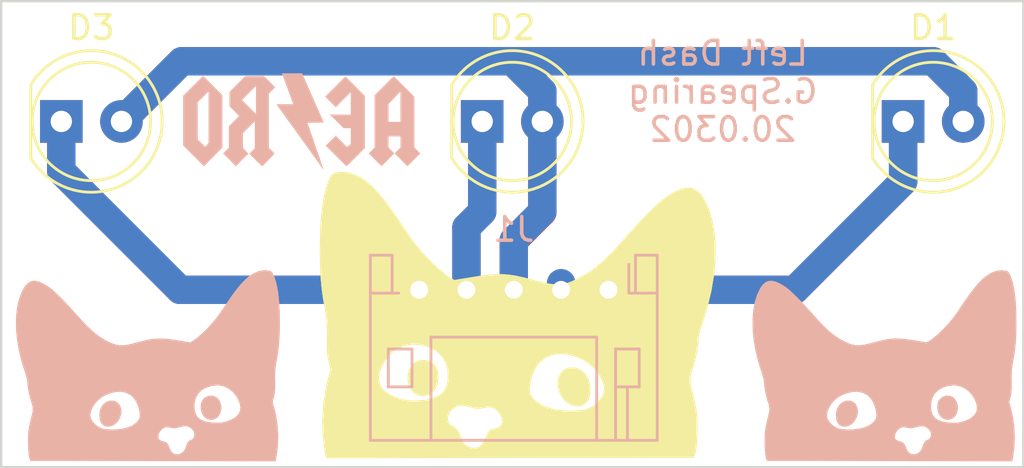
<source format=kicad_pcb>
(kicad_pcb (version 20171130) (host pcbnew 5.1.5-52549c5~84~ubuntu18.04.1)

  (general
    (thickness 1.6)
    (drawings 5)
    (tracks 41)
    (zones 0)
    (modules 8)
    (nets 5)
  )

  (page A4)
  (layers
    (0 F.Cu signal)
    (31 B.Cu signal)
    (32 B.Adhes user)
    (33 F.Adhes user)
    (34 B.Paste user)
    (35 F.Paste user)
    (36 B.SilkS user)
    (37 F.SilkS user)
    (38 B.Mask user)
    (39 F.Mask user)
    (40 Dwgs.User user)
    (41 Cmts.User user)
    (42 Eco1.User user)
    (43 Eco2.User user)
    (44 Edge.Cuts user)
    (45 Margin user)
    (46 B.CrtYd user)
    (47 F.CrtYd user)
    (48 B.Fab user hide)
    (49 F.Fab user hide)
  )

  (setup
    (last_trace_width 0.25)
    (user_trace_width 0.36)
    (user_trace_width 0.6125)
    (user_trace_width 1.2)
    (trace_clearance 0.2)
    (zone_clearance 0.508)
    (zone_45_only no)
    (trace_min 0.2)
    (via_size 0.8)
    (via_drill 0.4)
    (via_min_size 0.4)
    (via_min_drill 0.3)
    (uvia_size 0.3)
    (uvia_drill 0.1)
    (uvias_allowed no)
    (uvia_min_size 0.2)
    (uvia_min_drill 0.1)
    (edge_width 0.1)
    (segment_width 0.2)
    (pcb_text_width 0.3)
    (pcb_text_size 1.5 1.5)
    (mod_edge_width 0.15)
    (mod_text_size 1 1)
    (mod_text_width 0.15)
    (pad_size 1.524 1.524)
    (pad_drill 0.762)
    (pad_to_mask_clearance 0)
    (aux_axis_origin 0 0)
    (visible_elements FFFFFF7F)
    (pcbplotparams
      (layerselection 0x010fc_ffffffff)
      (usegerberextensions false)
      (usegerberattributes false)
      (usegerberadvancedattributes false)
      (creategerberjobfile false)
      (excludeedgelayer true)
      (linewidth 0.100000)
      (plotframeref false)
      (viasonmask false)
      (mode 1)
      (useauxorigin false)
      (hpglpennumber 1)
      (hpglpenspeed 20)
      (hpglpendiameter 15.000000)
      (psnegative false)
      (psa4output false)
      (plotreference true)
      (plotvalue true)
      (plotinvisibletext false)
      (padsonsilk false)
      (subtractmaskfromsilk false)
      (outputformat 1)
      (mirror false)
      (drillshape 0)
      (scaleselection 1)
      (outputdirectory "Left_Gerb/"))
  )

  (net 0 "")
  (net 1 +5V)
  (net 2 /~FAULT_IND_3)
  (net 3 /~FAULT_IND_2)
  (net 4 /~FAULT_IND_1)

  (net_class Default "This is the default net class."
    (clearance 0.2)
    (trace_width 0.25)
    (via_dia 0.8)
    (via_drill 0.4)
    (uvia_dia 0.3)
    (uvia_drill 0.1)
    (add_net +5V)
    (add_net /~FAULT_IND_1)
    (add_net /~FAULT_IND_2)
    (add_net /~FAULT_IND_3)
  )

  (module AERO_BOARD:cat4 (layer B.Cu) (tedit 0) (tstamp 5E5DA340)
    (at 135.255 43.815 180)
    (fp_text reference G*** (at 0 0) (layer B.SilkS) hide
      (effects (font (size 1.524 1.524) (thickness 0.3)) (justify mirror))
    )
    (fp_text value LOGO (at 0.75 0) (layer B.SilkS) hide
      (effects (font (size 1.524 1.524) (thickness 0.3)) (justify mirror))
    )
    (fp_poly (pts (xy -4.704779 -0.578791) (xy -4.617663 -0.591694) (xy -4.449546 -0.64281) (xy -4.285446 -0.721134)
      (xy -4.121713 -0.830166) (xy -3.954697 -0.973408) (xy -3.780745 -1.154362) (xy -3.596209 -1.376528)
      (xy -3.397436 -1.643409) (xy -3.180776 -1.958506) (xy -3.160064 -1.989666) (xy -3.01045 -2.212569)
      (xy -2.881807 -2.397425) (xy -2.76629 -2.55472) (xy -2.656053 -2.694941) (xy -2.54325 -2.828574)
      (xy -2.473833 -2.906888) (xy -2.348623 -3.038992) (xy -2.207946 -3.175881) (xy -2.06336 -3.307262)
      (xy -1.926421 -3.422839) (xy -1.808685 -3.512316) (xy -1.754359 -3.547835) (xy -1.63194 -3.620708)
      (xy -1.189915 -3.547289) (xy -0.910207 -3.503271) (xy -0.673123 -3.472899) (xy -0.466395 -3.456665)
      (xy -0.277755 -3.455064) (xy -0.094936 -3.468587) (xy 0.094329 -3.497727) (xy 0.302308 -3.542979)
      (xy 0.541268 -3.604833) (xy 0.592666 -3.618911) (xy 0.836829 -3.682202) (xy 1.039557 -3.723831)
      (xy 1.211665 -3.743494) (xy 1.363968 -3.740883) (xy 1.507279 -3.715691) (xy 1.652415 -3.667613)
      (xy 1.810188 -3.596342) (xy 1.835492 -3.583693) (xy 2.019587 -3.484083) (xy 2.191968 -3.375338)
      (xy 2.359983 -3.251205) (xy 2.530981 -3.105436) (xy 2.712311 -2.931779) (xy 2.911322 -2.723986)
      (xy 3.1269 -2.485376) (xy 3.386071 -2.197064) (xy 3.625137 -1.940391) (xy 3.841442 -1.718006)
      (xy 4.032327 -1.532562) (xy 4.195136 -1.386712) (xy 4.327209 -1.283106) (xy 4.34224 -1.272703)
      (xy 4.558785 -1.139819) (xy 4.748667 -1.054941) (xy 4.915136 -1.018205) (xy 5.06144 -1.029749)
      (xy 5.190829 -1.089711) (xy 5.306551 -1.198228) (xy 5.389637 -1.317033) (xy 5.525748 -1.593839)
      (xy 5.626832 -1.910238) (xy 5.692899 -2.261565) (xy 5.723954 -2.643156) (xy 5.720007 -3.050349)
      (xy 5.681065 -3.478479) (xy 5.607137 -3.922882) (xy 5.49823 -4.378896) (xy 5.383757 -4.755444)
      (xy 5.335277 -4.904452) (xy 5.294103 -5.037936) (xy 5.263344 -5.14526) (xy 5.246108 -5.215789)
      (xy 5.243521 -5.235222) (xy 5.235904 -5.392161) (xy 5.210888 -5.582356) (xy 5.171899 -5.7866)
      (xy 5.12236 -5.985686) (xy 5.091854 -6.086035) (xy 5.050663 -6.213478) (xy 5.023504 -6.311712)
      (xy 5.010356 -6.395052) (xy 5.0112 -6.477812) (xy 5.026013 -6.574307) (xy 5.054776 -6.69885)
      (xy 5.090754 -6.8397) (xy 5.126862 -6.990359) (xy 5.161206 -7.151793) (xy 5.188069 -7.296534)
      (xy 5.194973 -7.340391) (xy 5.208231 -7.476111) (xy 5.214838 -7.644731) (xy 5.215231 -7.831663)
      (xy 5.209848 -8.022323) (xy 5.199124 -8.202123) (xy 5.183498 -8.356478) (xy 5.163405 -8.470802)
      (xy 5.160814 -8.480777) (xy 5.122333 -8.621888) (xy -5.241961 -8.63615) (xy -5.273674 -8.473797)
      (xy -5.333947 -8.036656) (xy -5.35019 -7.580199) (xy -5.345631 -7.50271) (xy -1.816303 -7.50271)
      (xy -1.802333 -7.600464) (xy -1.761573 -7.680442) (xy -1.703723 -7.727) (xy -1.673566 -7.732888)
      (xy -1.613842 -7.757659) (xy -1.550898 -7.822196) (xy -1.496467 -7.911841) (xy -1.46722 -7.9907)
      (xy -1.418755 -8.128719) (xy -1.352322 -8.226838) (xy -1.261412 -8.298575) (xy -1.137063 -8.34598)
      (xy -1.010592 -8.344149) (xy -0.902197 -8.296681) (xy -0.835034 -8.223423) (xy -0.774083 -8.109314)
      (xy -0.76163 -8.077959) (xy -0.710572 -7.955798) (xy -0.660971 -7.877419) (xy -0.602473 -7.831412)
      (xy -0.524724 -7.806363) (xy -0.513211 -7.804151) (xy -0.39192 -7.770419) (xy -0.318555 -7.718739)
      (xy -0.285739 -7.642439) (xy -0.282223 -7.595361) (xy -0.306352 -7.481244) (xy -0.369708 -7.366893)
      (xy -0.458741 -7.272093) (xy -0.535793 -7.225066) (xy -0.599769 -7.205401) (xy -0.670172 -7.202351)
      (xy -0.767688 -7.215761) (xy -0.805617 -7.223029) (xy -0.902878 -7.239891) (xy -0.979714 -7.243704)
      (xy -1.058643 -7.232869) (xy -1.162181 -7.205786) (xy -1.198464 -7.195127) (xy -1.357764 -7.158057)
      (xy -1.483929 -7.155562) (xy -1.590263 -7.190135) (xy -1.690073 -7.264272) (xy -1.718866 -7.292668)
      (xy -1.78428 -7.374407) (xy -1.81242 -7.455334) (xy -1.816303 -7.50271) (xy -5.345631 -7.50271)
      (xy -5.323087 -7.119552) (xy -5.253322 -6.669845) (xy -5.181556 -6.378823) (xy -3.75846 -6.378823)
      (xy -3.735586 -6.52898) (xy -3.670079 -6.654323) (xy -3.548234 -6.777989) (xy -3.379803 -6.881203)
      (xy -3.172065 -6.960379) (xy -2.949223 -7.009412) (xy -2.834675 -7.017451) (xy -2.687254 -7.014819)
      (xy -2.529171 -7.003158) (xy -2.382638 -6.984108) (xy -2.269866 -6.959312) (xy -2.269395 -6.959167)
      (xy -2.093112 -6.887861) (xy -1.964684 -6.793505) (xy -1.928644 -6.74144) (xy 0.490694 -6.74144)
      (xy 0.514332 -6.842047) (xy 0.516549 -6.846464) (xy 0.62403 -6.992393) (xy 0.778261 -7.111995)
      (xy 0.975277 -7.203722) (xy 1.211116 -7.266026) (xy 1.481812 -7.297361) (xy 1.679222 -7.300292)
      (xy 1.836321 -7.295138) (xy 1.951735 -7.286126) (xy 2.040199 -7.271049) (xy 2.116448 -7.247702)
      (xy 2.165407 -7.227504) (xy 2.301256 -7.147065) (xy 2.424857 -7.037561) (xy 2.520988 -6.914488)
      (xy 2.567336 -6.818351) (xy 2.585532 -6.677911) (xy 2.557817 -6.522808) (xy 2.489629 -6.361813)
      (xy 2.386405 -6.203698) (xy 2.253585 -6.057236) (xy 2.096606 -5.931196) (xy 1.972084 -5.858223)
      (xy 1.730767 -5.759897) (xy 1.49803 -5.708554) (xy 1.278988 -5.703589) (xy 1.078757 -5.744399)
      (xy 0.902453 -5.83038) (xy 0.755191 -5.960928) (xy 0.719358 -6.006068) (xy 0.638086 -6.13975)
      (xy 0.57137 -6.29344) (xy 0.522425 -6.453825) (xy 0.494462 -6.607596) (xy 0.490694 -6.74144)
      (xy -1.928644 -6.74144) (xy -1.878364 -6.668804) (xy -1.828405 -6.506461) (xy -1.812873 -6.379607)
      (xy -1.820729 -6.150175) (xy -1.877487 -5.947407) (xy -1.981004 -5.773876) (xy -2.129136 -5.632153)
      (xy -2.31974 -5.524811) (xy -2.550673 -5.454423) (xy -2.589904 -5.446992) (xy -2.821199 -5.433304)
      (xy -3.040704 -5.472831) (xy -3.243097 -5.562716) (xy -3.423053 -5.700101) (xy -3.57525 -5.882129)
      (xy -3.654492 -6.018456) (xy -3.731459 -6.209862) (xy -3.75846 -6.378823) (xy -5.181556 -6.378823)
      (xy -5.178274 -6.365518) (xy -5.113421 -6.141148) (xy -5.168855 -5.928074) (xy -5.190759 -5.833748)
      (xy -5.205753 -5.739498) (xy -5.214759 -5.632454) (xy -5.218701 -5.499746) (xy -5.2185 -5.328506)
      (xy -5.21751 -5.249333) (xy -5.216016 -5.05651) (xy -5.21884 -4.901929) (xy -5.227416 -4.767462)
      (xy -5.243181 -4.63498) (xy -5.267569 -4.486354) (xy -5.285673 -4.388555) (xy -5.332985 -4.115968)
      (xy -5.368631 -3.853148) (xy -5.393784 -3.585784) (xy -5.409614 -3.299567) (xy -5.417293 -2.980187)
      (xy -5.418474 -2.765777) (xy -5.413898 -2.381194) (xy -5.399673 -2.042732) (xy -5.375056 -1.740776)
      (xy -5.339301 -1.46571) (xy -5.30164 -1.255888) (xy -5.261066 -1.083787) (xy -5.212994 -0.924853)
      (xy -5.161368 -0.789192) (xy -5.110133 -0.686912) (xy -5.063233 -0.628118) (xy -5.054348 -0.622266)
      (xy -4.961086 -0.591979) (xy -4.836682 -0.576935) (xy -4.704779 -0.578791)) (layer B.SilkS) (width 0.01))
    (fp_poly (pts (xy 1.80452 -6.095541) (xy 1.954011 -6.163294) (xy 2.071864 -6.274158) (xy 2.153999 -6.421989)
      (xy 2.19634 -6.60064) (xy 2.201333 -6.693559) (xy 2.183214 -6.876562) (xy 2.130588 -7.018594)
      (xy 2.046057 -7.117323) (xy 1.932217 -7.170416) (xy 1.791669 -7.17554) (xy 1.689688 -7.152812)
      (xy 1.549692 -7.081375) (xy 1.430139 -6.965618) (xy 1.34126 -6.816733) (xy 1.313926 -6.74167)
      (xy 1.282875 -6.623408) (xy 1.272449 -6.532618) (xy 1.281801 -6.444572) (xy 1.30104 -6.366335)
      (xy 1.364126 -6.232701) (xy 1.463756 -6.137898) (xy 1.59175 -6.086327) (xy 1.739923 -6.082389)
      (xy 1.80452 -6.095541)) (layer B.SilkS) (width 0.01))
    (fp_poly (pts (xy -2.336272 -5.903494) (xy -2.218375 -5.976328) (xy -2.132686 -6.084474) (xy -2.087612 -6.225654)
      (xy -2.080545 -6.387261) (xy -2.109304 -6.550091) (xy -2.171704 -6.694939) (xy -2.20792 -6.746406)
      (xy -2.315044 -6.835689) (xy -2.445865 -6.881847) (xy -2.585249 -6.882722) (xy -2.718065 -6.836156)
      (xy -2.740438 -6.822349) (xy -2.845491 -6.720811) (xy -2.913944 -6.588932) (xy -2.945834 -6.439314)
      (xy -2.941193 -6.284557) (xy -2.900058 -6.137262) (xy -2.822463 -6.010029) (xy -2.737983 -5.933722)
      (xy -2.610558 -5.878584) (xy -2.471827 -5.86971) (xy -2.336272 -5.903494)) (layer B.SilkS) (width 0.01))
  )

  (module AERO_BOARD:cat4 (layer B.Cu) (tedit 0) (tstamp 5E5DA24E)
    (at 104.14 43.815 180)
    (fp_text reference G*** (at 0 0) (layer B.SilkS) hide
      (effects (font (size 1.524 1.524) (thickness 0.3)) (justify mirror))
    )
    (fp_text value LOGO (at 0.75 0) (layer B.SilkS) hide
      (effects (font (size 1.524 1.524) (thickness 0.3)) (justify mirror))
    )
    (fp_poly (pts (xy -2.336272 -5.903494) (xy -2.218375 -5.976328) (xy -2.132686 -6.084474) (xy -2.087612 -6.225654)
      (xy -2.080545 -6.387261) (xy -2.109304 -6.550091) (xy -2.171704 -6.694939) (xy -2.20792 -6.746406)
      (xy -2.315044 -6.835689) (xy -2.445865 -6.881847) (xy -2.585249 -6.882722) (xy -2.718065 -6.836156)
      (xy -2.740438 -6.822349) (xy -2.845491 -6.720811) (xy -2.913944 -6.588932) (xy -2.945834 -6.439314)
      (xy -2.941193 -6.284557) (xy -2.900058 -6.137262) (xy -2.822463 -6.010029) (xy -2.737983 -5.933722)
      (xy -2.610558 -5.878584) (xy -2.471827 -5.86971) (xy -2.336272 -5.903494)) (layer B.SilkS) (width 0.01))
    (fp_poly (pts (xy 1.80452 -6.095541) (xy 1.954011 -6.163294) (xy 2.071864 -6.274158) (xy 2.153999 -6.421989)
      (xy 2.19634 -6.60064) (xy 2.201333 -6.693559) (xy 2.183214 -6.876562) (xy 2.130588 -7.018594)
      (xy 2.046057 -7.117323) (xy 1.932217 -7.170416) (xy 1.791669 -7.17554) (xy 1.689688 -7.152812)
      (xy 1.549692 -7.081375) (xy 1.430139 -6.965618) (xy 1.34126 -6.816733) (xy 1.313926 -6.74167)
      (xy 1.282875 -6.623408) (xy 1.272449 -6.532618) (xy 1.281801 -6.444572) (xy 1.30104 -6.366335)
      (xy 1.364126 -6.232701) (xy 1.463756 -6.137898) (xy 1.59175 -6.086327) (xy 1.739923 -6.082389)
      (xy 1.80452 -6.095541)) (layer B.SilkS) (width 0.01))
    (fp_poly (pts (xy -4.704779 -0.578791) (xy -4.617663 -0.591694) (xy -4.449546 -0.64281) (xy -4.285446 -0.721134)
      (xy -4.121713 -0.830166) (xy -3.954697 -0.973408) (xy -3.780745 -1.154362) (xy -3.596209 -1.376528)
      (xy -3.397436 -1.643409) (xy -3.180776 -1.958506) (xy -3.160064 -1.989666) (xy -3.01045 -2.212569)
      (xy -2.881807 -2.397425) (xy -2.76629 -2.55472) (xy -2.656053 -2.694941) (xy -2.54325 -2.828574)
      (xy -2.473833 -2.906888) (xy -2.348623 -3.038992) (xy -2.207946 -3.175881) (xy -2.06336 -3.307262)
      (xy -1.926421 -3.422839) (xy -1.808685 -3.512316) (xy -1.754359 -3.547835) (xy -1.63194 -3.620708)
      (xy -1.189915 -3.547289) (xy -0.910207 -3.503271) (xy -0.673123 -3.472899) (xy -0.466395 -3.456665)
      (xy -0.277755 -3.455064) (xy -0.094936 -3.468587) (xy 0.094329 -3.497727) (xy 0.302308 -3.542979)
      (xy 0.541268 -3.604833) (xy 0.592666 -3.618911) (xy 0.836829 -3.682202) (xy 1.039557 -3.723831)
      (xy 1.211665 -3.743494) (xy 1.363968 -3.740883) (xy 1.507279 -3.715691) (xy 1.652415 -3.667613)
      (xy 1.810188 -3.596342) (xy 1.835492 -3.583693) (xy 2.019587 -3.484083) (xy 2.191968 -3.375338)
      (xy 2.359983 -3.251205) (xy 2.530981 -3.105436) (xy 2.712311 -2.931779) (xy 2.911322 -2.723986)
      (xy 3.1269 -2.485376) (xy 3.386071 -2.197064) (xy 3.625137 -1.940391) (xy 3.841442 -1.718006)
      (xy 4.032327 -1.532562) (xy 4.195136 -1.386712) (xy 4.327209 -1.283106) (xy 4.34224 -1.272703)
      (xy 4.558785 -1.139819) (xy 4.748667 -1.054941) (xy 4.915136 -1.018205) (xy 5.06144 -1.029749)
      (xy 5.190829 -1.089711) (xy 5.306551 -1.198228) (xy 5.389637 -1.317033) (xy 5.525748 -1.593839)
      (xy 5.626832 -1.910238) (xy 5.692899 -2.261565) (xy 5.723954 -2.643156) (xy 5.720007 -3.050349)
      (xy 5.681065 -3.478479) (xy 5.607137 -3.922882) (xy 5.49823 -4.378896) (xy 5.383757 -4.755444)
      (xy 5.335277 -4.904452) (xy 5.294103 -5.037936) (xy 5.263344 -5.14526) (xy 5.246108 -5.215789)
      (xy 5.243521 -5.235222) (xy 5.235904 -5.392161) (xy 5.210888 -5.582356) (xy 5.171899 -5.7866)
      (xy 5.12236 -5.985686) (xy 5.091854 -6.086035) (xy 5.050663 -6.213478) (xy 5.023504 -6.311712)
      (xy 5.010356 -6.395052) (xy 5.0112 -6.477812) (xy 5.026013 -6.574307) (xy 5.054776 -6.69885)
      (xy 5.090754 -6.8397) (xy 5.126862 -6.990359) (xy 5.161206 -7.151793) (xy 5.188069 -7.296534)
      (xy 5.194973 -7.340391) (xy 5.208231 -7.476111) (xy 5.214838 -7.644731) (xy 5.215231 -7.831663)
      (xy 5.209848 -8.022323) (xy 5.199124 -8.202123) (xy 5.183498 -8.356478) (xy 5.163405 -8.470802)
      (xy 5.160814 -8.480777) (xy 5.122333 -8.621888) (xy -5.241961 -8.63615) (xy -5.273674 -8.473797)
      (xy -5.333947 -8.036656) (xy -5.35019 -7.580199) (xy -5.345631 -7.50271) (xy -1.816303 -7.50271)
      (xy -1.802333 -7.600464) (xy -1.761573 -7.680442) (xy -1.703723 -7.727) (xy -1.673566 -7.732888)
      (xy -1.613842 -7.757659) (xy -1.550898 -7.822196) (xy -1.496467 -7.911841) (xy -1.46722 -7.9907)
      (xy -1.418755 -8.128719) (xy -1.352322 -8.226838) (xy -1.261412 -8.298575) (xy -1.137063 -8.34598)
      (xy -1.010592 -8.344149) (xy -0.902197 -8.296681) (xy -0.835034 -8.223423) (xy -0.774083 -8.109314)
      (xy -0.76163 -8.077959) (xy -0.710572 -7.955798) (xy -0.660971 -7.877419) (xy -0.602473 -7.831412)
      (xy -0.524724 -7.806363) (xy -0.513211 -7.804151) (xy -0.39192 -7.770419) (xy -0.318555 -7.718739)
      (xy -0.285739 -7.642439) (xy -0.282223 -7.595361) (xy -0.306352 -7.481244) (xy -0.369708 -7.366893)
      (xy -0.458741 -7.272093) (xy -0.535793 -7.225066) (xy -0.599769 -7.205401) (xy -0.670172 -7.202351)
      (xy -0.767688 -7.215761) (xy -0.805617 -7.223029) (xy -0.902878 -7.239891) (xy -0.979714 -7.243704)
      (xy -1.058643 -7.232869) (xy -1.162181 -7.205786) (xy -1.198464 -7.195127) (xy -1.357764 -7.158057)
      (xy -1.483929 -7.155562) (xy -1.590263 -7.190135) (xy -1.690073 -7.264272) (xy -1.718866 -7.292668)
      (xy -1.78428 -7.374407) (xy -1.81242 -7.455334) (xy -1.816303 -7.50271) (xy -5.345631 -7.50271)
      (xy -5.323087 -7.119552) (xy -5.253322 -6.669845) (xy -5.181556 -6.378823) (xy -3.75846 -6.378823)
      (xy -3.735586 -6.52898) (xy -3.670079 -6.654323) (xy -3.548234 -6.777989) (xy -3.379803 -6.881203)
      (xy -3.172065 -6.960379) (xy -2.949223 -7.009412) (xy -2.834675 -7.017451) (xy -2.687254 -7.014819)
      (xy -2.529171 -7.003158) (xy -2.382638 -6.984108) (xy -2.269866 -6.959312) (xy -2.269395 -6.959167)
      (xy -2.093112 -6.887861) (xy -1.964684 -6.793505) (xy -1.928644 -6.74144) (xy 0.490694 -6.74144)
      (xy 0.514332 -6.842047) (xy 0.516549 -6.846464) (xy 0.62403 -6.992393) (xy 0.778261 -7.111995)
      (xy 0.975277 -7.203722) (xy 1.211116 -7.266026) (xy 1.481812 -7.297361) (xy 1.679222 -7.300292)
      (xy 1.836321 -7.295138) (xy 1.951735 -7.286126) (xy 2.040199 -7.271049) (xy 2.116448 -7.247702)
      (xy 2.165407 -7.227504) (xy 2.301256 -7.147065) (xy 2.424857 -7.037561) (xy 2.520988 -6.914488)
      (xy 2.567336 -6.818351) (xy 2.585532 -6.677911) (xy 2.557817 -6.522808) (xy 2.489629 -6.361813)
      (xy 2.386405 -6.203698) (xy 2.253585 -6.057236) (xy 2.096606 -5.931196) (xy 1.972084 -5.858223)
      (xy 1.730767 -5.759897) (xy 1.49803 -5.708554) (xy 1.278988 -5.703589) (xy 1.078757 -5.744399)
      (xy 0.902453 -5.83038) (xy 0.755191 -5.960928) (xy 0.719358 -6.006068) (xy 0.638086 -6.13975)
      (xy 0.57137 -6.29344) (xy 0.522425 -6.453825) (xy 0.494462 -6.607596) (xy 0.490694 -6.74144)
      (xy -1.928644 -6.74144) (xy -1.878364 -6.668804) (xy -1.828405 -6.506461) (xy -1.812873 -6.379607)
      (xy -1.820729 -6.150175) (xy -1.877487 -5.947407) (xy -1.981004 -5.773876) (xy -2.129136 -5.632153)
      (xy -2.31974 -5.524811) (xy -2.550673 -5.454423) (xy -2.589904 -5.446992) (xy -2.821199 -5.433304)
      (xy -3.040704 -5.472831) (xy -3.243097 -5.562716) (xy -3.423053 -5.700101) (xy -3.57525 -5.882129)
      (xy -3.654492 -6.018456) (xy -3.731459 -6.209862) (xy -3.75846 -6.378823) (xy -5.181556 -6.378823)
      (xy -5.178274 -6.365518) (xy -5.113421 -6.141148) (xy -5.168855 -5.928074) (xy -5.190759 -5.833748)
      (xy -5.205753 -5.739498) (xy -5.214759 -5.632454) (xy -5.218701 -5.499746) (xy -5.2185 -5.328506)
      (xy -5.21751 -5.249333) (xy -5.216016 -5.05651) (xy -5.21884 -4.901929) (xy -5.227416 -4.767462)
      (xy -5.243181 -4.63498) (xy -5.267569 -4.486354) (xy -5.285673 -4.388555) (xy -5.332985 -4.115968)
      (xy -5.368631 -3.853148) (xy -5.393784 -3.585784) (xy -5.409614 -3.299567) (xy -5.417293 -2.980187)
      (xy -5.418474 -2.765777) (xy -5.413898 -2.381194) (xy -5.399673 -2.042732) (xy -5.375056 -1.740776)
      (xy -5.339301 -1.46571) (xy -5.30164 -1.255888) (xy -5.261066 -1.083787) (xy -5.212994 -0.924853)
      (xy -5.161368 -0.789192) (xy -5.110133 -0.686912) (xy -5.063233 -0.628118) (xy -5.054348 -0.622266)
      (xy -4.961086 -0.591979) (xy -4.836682 -0.576935) (xy -4.704779 -0.578791)) (layer B.SilkS) (width 0.01))
  )

  (module AERO_BOARD:cat3 (layer F.Cu) (tedit 0) (tstamp 5E5DA162)
    (at 119.38 39.37)
    (fp_text reference G*** (at 0 0) (layer F.SilkS) hide
      (effects (font (size 1.524 1.524) (thickness 0.3)))
    )
    (fp_text value LOGO (at 0.75 0) (layer F.SilkS) hide
      (effects (font (size 1.524 1.524) (thickness 0.3)))
    )
    (fp_poly (pts (xy -7.057168 0.868187) (xy -6.926495 0.887542) (xy -6.674319 0.964216) (xy -6.428169 1.081701)
      (xy -6.18257 1.245249) (xy -5.932045 1.460112) (xy -5.671118 1.731543) (xy -5.394313 2.064793)
      (xy -5.096153 2.465114) (xy -4.771163 2.937759) (xy -4.740096 2.9845) (xy -4.515675 3.318854)
      (xy -4.322711 3.596137) (xy -4.149435 3.83208) (xy -3.984079 4.042411) (xy -3.814874 4.242862)
      (xy -3.710749 4.360333) (xy -3.522934 4.558488) (xy -3.311919 4.763822) (xy -3.09504 4.960894)
      (xy -2.889631 5.134259) (xy -2.713027 5.268474) (xy -2.631538 5.321753) (xy -2.44791 5.431062)
      (xy -1.784872 5.320934) (xy -1.365311 5.254907) (xy -1.009684 5.209348) (xy -0.699592 5.184998)
      (xy -0.416632 5.182596) (xy -0.142403 5.20288) (xy 0.141494 5.246591) (xy 0.453463 5.314468)
      (xy 0.811902 5.40725) (xy 0.889 5.428367) (xy 1.255244 5.523303) (xy 1.559336 5.585747)
      (xy 1.817498 5.615241) (xy 2.045952 5.611324) (xy 2.260919 5.573537) (xy 2.478622 5.50142)
      (xy 2.715282 5.394513) (xy 2.753238 5.375539) (xy 3.029381 5.226125) (xy 3.287952 5.063007)
      (xy 3.539975 4.876808) (xy 3.796471 4.658154) (xy 4.068467 4.397669) (xy 4.366983 4.08598)
      (xy 4.690351 3.728064) (xy 5.079106 3.295597) (xy 5.437706 2.910586) (xy 5.762163 2.577009)
      (xy 6.048491 2.298844) (xy 6.292704 2.080068) (xy 6.490814 1.924659) (xy 6.513361 1.909055)
      (xy 6.838177 1.709729) (xy 7.123 1.582411) (xy 7.372704 1.527307) (xy 7.592161 1.544624)
      (xy 7.786244 1.634567) (xy 7.959827 1.797343) (xy 8.084455 1.975549) (xy 8.288622 2.390759)
      (xy 8.440249 2.865357) (xy 8.539348 3.392348) (xy 8.585931 3.964735) (xy 8.580011 4.575524)
      (xy 8.521598 5.217718) (xy 8.410706 5.884324) (xy 8.247345 6.568344) (xy 8.075636 7.133166)
      (xy 8.002915 7.356679) (xy 7.941154 7.556905) (xy 7.895016 7.717891) (xy 7.869162 7.823684)
      (xy 7.865282 7.852833) (xy 7.853856 8.088241) (xy 7.816333 8.373534) (xy 7.757849 8.679901)
      (xy 7.683541 8.978529) (xy 7.637781 9.129053) (xy 7.575994 9.320217) (xy 7.535256 9.467568)
      (xy 7.515535 9.592578) (xy 7.5168 9.716718) (xy 7.53902 9.86146) (xy 7.582164 10.048275)
      (xy 7.636131 10.25955) (xy 7.690293 10.485539) (xy 7.741809 10.727689) (xy 7.782104 10.944801)
      (xy 7.79246 11.010587) (xy 7.812347 11.214167) (xy 7.822257 11.467096) (xy 7.822847 11.747495)
      (xy 7.814772 12.033484) (xy 7.798687 12.303185) (xy 7.775247 12.534718) (xy 7.745108 12.706204)
      (xy 7.741221 12.721166) (xy 7.6835 12.932833) (xy -0.089721 12.943529) (xy -7.862941 12.954225)
      (xy -7.91051 12.710695) (xy -8.000921 12.054985) (xy -8.025285 11.370298) (xy -8.018447 11.254065)
      (xy -2.724454 11.254065) (xy -2.7035 11.400696) (xy -2.64236 11.520663) (xy -2.555584 11.5905)
      (xy -2.510348 11.599333) (xy -2.420763 11.636488) (xy -2.326347 11.733295) (xy -2.2447 11.867762)
      (xy -2.20083 11.98605) (xy -2.128132 12.193079) (xy -2.028483 12.340257) (xy -1.892117 12.447862)
      (xy -1.705594 12.51897) (xy -1.515888 12.516224) (xy -1.353295 12.445022) (xy -1.25255 12.335135)
      (xy -1.161125 12.163971) (xy -1.142445 12.116939) (xy -1.065858 11.933697) (xy -0.991456 11.816129)
      (xy -0.903709 11.747118) (xy -0.787086 11.709545) (xy -0.769817 11.706227) (xy -0.587879 11.655629)
      (xy -0.477832 11.578108) (xy -0.428608 11.463659) (xy -0.423334 11.393042) (xy -0.459528 11.221867)
      (xy -0.554561 11.05034) (xy -0.688111 10.90814) (xy -0.803689 10.8376) (xy -0.899654 10.808102)
      (xy -1.005257 10.803527) (xy -1.151531 10.823642) (xy -1.208425 10.834544) (xy -1.354316 10.859837)
      (xy -1.469571 10.865557) (xy -1.587965 10.849303) (xy -1.743271 10.808679) (xy -1.797696 10.792691)
      (xy -2.036646 10.737086) (xy -2.225893 10.733343) (xy -2.385395 10.785203) (xy -2.535109 10.896408)
      (xy -2.578299 10.939003) (xy -2.67642 11.06161) (xy -2.718629 11.183001) (xy -2.724454 11.254065)
      (xy -8.018447 11.254065) (xy -7.98463 10.679329) (xy -7.879982 10.004768) (xy -7.772333 9.568235)
      (xy -5.63769 9.568235) (xy -5.603379 9.79347) (xy -5.505119 9.981484) (xy -5.322351 10.166984)
      (xy -5.069704 10.321804) (xy -4.758097 10.440568) (xy -4.423834 10.514118) (xy -4.252012 10.526177)
      (xy -4.03088 10.522229) (xy -3.793756 10.504737) (xy -3.573956 10.476162) (xy -3.404799 10.438968)
      (xy -3.404092 10.438751) (xy -3.139668 10.331792) (xy -2.947025 10.190258) (xy -2.892966 10.112161)
      (xy 0.736041 10.112161) (xy 0.771498 10.263071) (xy 0.774824 10.269696) (xy 0.936046 10.48859)
      (xy 1.167392 10.667992) (xy 1.462916 10.805583) (xy 1.816674 10.899039) (xy 2.222718 10.946042)
      (xy 2.518833 10.950438) (xy 2.754482 10.942708) (xy 2.927603 10.929189) (xy 3.060299 10.906574)
      (xy 3.174673 10.871553) (xy 3.248111 10.841257) (xy 3.451884 10.720598) (xy 3.637285 10.556342)
      (xy 3.781482 10.371732) (xy 3.851004 10.227526) (xy 3.878298 10.016866) (xy 3.836726 9.784212)
      (xy 3.734443 9.54272) (xy 3.579608 9.305548) (xy 3.380377 9.085854) (xy 3.144909 8.896795)
      (xy 2.958126 8.787335) (xy 2.596151 8.639846) (xy 2.247046 8.562831) (xy 1.918483 8.555384)
      (xy 1.618136 8.616599) (xy 1.353679 8.74557) (xy 1.132787 8.941393) (xy 1.079038 9.009102)
      (xy 0.957129 9.209625) (xy 0.857056 9.44016) (xy 0.783638 9.680738) (xy 0.741694 9.911394)
      (xy 0.736041 10.112161) (xy -2.892966 10.112161) (xy -2.817546 10.003206) (xy -2.742608 9.759692)
      (xy -2.719309 9.569411) (xy -2.731094 9.225263) (xy -2.816231 8.921111) (xy -2.971506 8.660814)
      (xy -3.193703 8.44823) (xy -3.479609 8.287217) (xy -3.826009 8.181635) (xy -3.884856 8.170488)
      (xy -4.231798 8.149956) (xy -4.561056 8.209247) (xy -4.864645 8.344074) (xy -5.13458 8.550152)
      (xy -5.362875 8.823193) (xy -5.481738 9.027684) (xy -5.597188 9.314794) (xy -5.63769 9.568235)
      (xy -7.772333 9.568235) (xy -7.767411 9.548278) (xy -7.670131 9.211723) (xy -7.753283 8.892111)
      (xy -7.786139 8.750622) (xy -7.808629 8.609247) (xy -7.822139 8.448681) (xy -7.828051 8.24962)
      (xy -7.827749 7.99276) (xy -7.826265 7.874) (xy -7.824024 7.584765) (xy -7.828259 7.352894)
      (xy -7.841124 7.151193) (xy -7.864771 6.95247) (xy -7.901354 6.729531) (xy -7.928509 6.582833)
      (xy -7.999477 6.173952) (xy -8.052947 5.779722) (xy -8.090676 5.378677) (xy -8.114421 4.949351)
      (xy -8.125939 4.47028) (xy -8.127711 4.148666) (xy -8.120847 3.571791) (xy -8.09951 3.064098)
      (xy -8.062583 2.611164) (xy -8.008952 2.198565) (xy -7.95246 1.883833) (xy -7.891599 1.625681)
      (xy -7.819491 1.387279) (xy -7.742052 1.183788) (xy -7.665199 1.030368) (xy -7.594849 0.942178)
      (xy -7.581522 0.933399) (xy -7.441629 0.887968) (xy -7.255023 0.865403) (xy -7.057168 0.868187)) (layer F.SilkS) (width 0.01))
    (fp_poly (pts (xy 2.706781 9.143312) (xy 2.931017 9.244941) (xy 3.107796 9.411238) (xy 3.230999 9.632984)
      (xy 3.29451 9.90096) (xy 3.302 10.040339) (xy 3.274821 10.314843) (xy 3.195883 10.527891)
      (xy 3.069085 10.675985) (xy 2.898326 10.755624) (xy 2.687504 10.76331) (xy 2.534533 10.729218)
      (xy 2.324538 10.622063) (xy 2.145209 10.448427) (xy 2.01189 10.2251) (xy 1.970889 10.112505)
      (xy 1.924312 9.935112) (xy 1.908674 9.798927) (xy 1.922701 9.666858) (xy 1.95156 9.549502)
      (xy 2.046189 9.349051) (xy 2.195635 9.206847) (xy 2.387625 9.129491) (xy 2.609885 9.123584)
      (xy 2.706781 9.143312)) (layer F.SilkS) (width 0.01))
    (fp_poly (pts (xy -3.504408 8.855241) (xy -3.327562 8.964492) (xy -3.199029 9.126712) (xy -3.131417 9.338481)
      (xy -3.120817 9.580892) (xy -3.163955 9.825137) (xy -3.257556 10.042409) (xy -3.31188 10.119609)
      (xy -3.472566 10.253534) (xy -3.668797 10.322771) (xy -3.877874 10.324084) (xy -4.077098 10.254235)
      (xy -4.110657 10.233524) (xy -4.268236 10.081217) (xy -4.370916 9.883399) (xy -4.41875 9.658972)
      (xy -4.411789 9.426836) (xy -4.350087 9.205893) (xy -4.233694 9.015043) (xy -4.106974 8.900583)
      (xy -3.915837 8.817876) (xy -3.707741 8.804565) (xy -3.504408 8.855241)) (layer F.SilkS) (width 0.01))
  )

  (module AERO_CUSTOM:AERO_Logo_10x4mm (layer B.Cu) (tedit 0) (tstamp 5E5D9FE3)
    (at 110.49 38.1 180)
    (fp_text reference G*** (at 0 0) (layer B.SilkS) hide
      (effects (font (size 1.524 1.524) (thickness 0.3)) (justify mirror))
    )
    (fp_text value LOGO (at 0.75 0) (layer B.SilkS) hide
      (effects (font (size 1.524 1.524) (thickness 0.3)) (justify mirror))
    )
    (fp_poly (pts (xy 4.590646 1.503024) (xy 5.010092 1.084064) (xy 5.010092 -1.01413) (xy 4.135758 -1.887556)
      (xy 3.745677 -1.496968) (xy 3.355597 -1.106381) (xy 3.355597 -0.91824) (xy 3.938166 -0.91824)
      (xy 4.012973 -0.995422) (xy 4.087781 -1.072604) (xy 4.246001 -0.915597) (xy 4.404221 -0.758589)
      (xy 4.404221 0.804819) (xy 4.171193 1.036973) (xy 3.938166 1.269126) (xy 3.938166 -0.91824)
      (xy 3.355597 -0.91824) (xy 3.355597 1.10738) (xy 3.763398 1.514682) (xy 4.1712 1.921985)
      (xy 4.590646 1.503024)) (layer B.SilkS) (width 0.01))
    (fp_poly (pts (xy 3.052661 1.246114) (xy 3.052661 0.641748) (xy 2.645809 0.233002) (xy 2.860886 0.017026)
      (xy 3.075964 -0.198949) (xy 3.075964 -1.105415) (xy 3.197841 -1.228826) (xy 3.319719 -1.352236)
      (xy 3.051947 -1.620008) (xy 2.784175 -1.887779) (xy 2.261465 -1.363211) (xy 2.491377 -1.106881)
      (xy 2.492386 -0.803547) (xy 2.493395 -0.500214) (xy 2.237065 -0.244679) (xy 1.980734 0.010857)
      (xy 1.980734 -1.131935) (xy 2.097505 -1.246951) (xy 2.214276 -1.361966) (xy 1.952243 -1.624744)
      (xy 1.862409 -1.713933) (xy 1.783925 -1.790151) (xy 1.722682 -1.847811) (xy 1.684576 -1.881323)
      (xy 1.675144 -1.887523) (xy 1.654733 -1.87152) (xy 1.608141 -1.827324) (xy 1.541156 -1.760657)
      (xy 1.459566 -1.677241) (xy 1.405051 -1.620528) (xy 1.150023 -1.353533) (xy 1.274094 -1.231003)
      (xy 1.398166 -1.108473) (xy 1.398166 0.314816) (xy 1.934129 0.314816) (xy 2.231125 0.611812)
      (xy 2.528121 0.908807) (xy 1.934129 1.502799) (xy 1.934129 0.314816) (xy 1.398166 0.314816)
      (xy 1.398166 1.175438) (xy 1.264759 1.310251) (xy 1.131352 1.445065) (xy 1.363358 1.677945)
      (xy 1.595365 1.910826) (xy 2.389135 1.910826) (xy 3.052661 1.246114)) (layer B.SilkS) (width 0.01))
    (fp_poly (pts (xy -1.416608 1.47486) (xy -0.991063 1.048849) (xy -1.21171 0.827281) (xy -1.432356 0.605713)
      (xy -2.073944 1.246073) (xy -2.073944 0.277684) (xy -1.189008 0.291284) (xy -1.473833 0.005826)
      (xy -1.758658 -0.279633) (xy -2.073944 -0.279633) (xy -2.073944 -0.953041) (xy -1.990882 -1.016396)
      (xy -1.90782 -1.07975) (xy -1.432564 -0.606112) (xy -1.01212 -1.026556) (xy -1.444776 -1.457039)
      (xy -1.561006 -1.57228) (xy -1.666275 -1.675877) (xy -1.75613 -1.763512) (xy -1.82612 -1.830866)
      (xy -1.871792 -1.873621) (xy -1.888568 -1.887523) (xy -1.907491 -1.871751) (xy -1.954481 -1.827522)
      (xy -2.024781 -1.759462) (xy -2.113633 -1.672199) (xy -2.21628 -1.570361) (xy -2.278108 -1.508596)
      (xy -2.656513 -1.129669) (xy -2.656513 1.081938) (xy -2.249333 1.491404) (xy -1.842152 1.900871)
      (xy -1.416608 1.47486)) (layer B.SilkS) (width 0.01))
    (fp_poly (pts (xy -3.477698 1.508623) (xy -3.075963 1.106395) (xy -3.075963 -1.105415) (xy -2.954085 -1.228826)
      (xy -2.832208 -1.352236) (xy -3.09998 -1.620008) (xy -3.367752 -1.887779) (xy -3.902032 -1.351979)
      (xy -3.658532 -1.105415) (xy -3.658532 -0.629174) (xy -4.171192 -0.629174) (xy -4.171192 -1.105415)
      (xy -4.049315 -1.228826) (xy -3.927437 -1.352236) (xy -4.195209 -1.620008) (xy -4.462981 -1.887779)
      (xy -4.997261 -1.351979) (xy -4.753761 -1.105415) (xy -4.753761 -0.023303) (xy -4.171192 -0.023303)
      (xy -3.658532 -0.023303) (xy -3.658532 0.735332) (xy -3.913681 1.002666) (xy -4.168831 1.27)
      (xy -4.170011 0.623349) (xy -4.171192 -0.023303) (xy -4.753761 -0.023303) (xy -4.753761 1.037433)
      (xy -4.316597 1.474142) (xy -3.879434 1.910851) (xy -3.477698 1.508623)) (layer B.SilkS) (width 0.01))
    (fp_poly (pts (xy 0.594221 1.374862) (xy 0.354968 0.722385) (xy 0.717059 0.722385) (xy 0.853644 0.722106)
      (xy 0.949683 0.720764) (xy 1.011233 0.717601) (xy 1.044352 0.711857) (xy 1.055098 0.702775)
      (xy 1.049529 0.689597) (xy 1.04285 0.681606) (xy 1.024199 0.657081) (xy 0.981096 0.598426)
      (xy 0.91624 0.509389) (xy 0.83233 0.39372) (xy 0.732061 0.25517) (xy 0.618134 0.097489)
      (xy 0.493246 -0.075575) (xy 0.360094 -0.26027) (xy 0.221378 -0.452846) (xy 0.079794 -0.649555)
      (xy -0.061959 -0.846645) (xy -0.201183 -1.040368) (xy -0.33518 -1.226972) (xy -0.461252 -1.402708)
      (xy -0.576701 -1.563827) (xy -0.67883 -1.706578) (xy -0.764939 -1.827211) (xy -0.832331 -1.921976)
      (xy -0.878309 -1.987123) (xy -0.900173 -2.018903) (xy -0.900652 -2.019655) (xy -0.898812 -2.007273)
      (xy -0.882983 -1.955011) (xy -0.854541 -1.86699) (xy -0.814862 -1.74733) (xy -0.765324 -1.600151)
      (xy -0.707302 -1.429575) (xy -0.642173 -1.23972) (xy -0.580239 -1.060454) (xy -0.509049 -0.854915)
      (xy -0.442772 -0.663314) (xy -0.382925 -0.490054) (xy -0.331024 -0.33954) (xy -0.288589 -0.216175)
      (xy -0.257135 -0.124363) (xy -0.23818 -0.068509) (xy -0.233027 -0.05261) (xy -0.254981 -0.050511)
      (xy -0.315447 -0.048732) (xy -0.406333 -0.047414) (xy -0.519545 -0.046696) (xy -0.579325 -0.046605)
      (xy -0.925622 -0.046605) (xy -0.665354 0.541789) (xy -0.583068 0.727996) (xy -0.494257 0.929277)
      (xy -0.404488 1.132995) (xy -0.319327 1.326516) (xy -0.244339 1.497202) (xy -0.208576 1.578762)
      (xy -0.012066 2.027339) (xy 0.833473 2.027339) (xy 0.594221 1.374862)) (layer B.SilkS) (width 0.01))
  )

  (module Connector_JST:JST_PH_S5B-PH-K_1x05_P2.00mm_Horizontal (layer B.Cu) (tedit 5B7745C6) (tstamp 5E5D9AC0)
    (at 123.444 45.212 180)
    (descr "JST PH series connector, S5B-PH-K (http://www.jst-mfg.com/product/pdf/eng/ePH.pdf), generated with kicad-footprint-generator")
    (tags "connector JST PH top entry")
    (path /5E5D5BD7)
    (fp_text reference J1 (at 4 2.55) (layer B.SilkS)
      (effects (font (size 1 1) (thickness 0.15)) (justify mirror))
    )
    (fp_text value "B5B-PH-SM4-TB(LF)(SN)" (at 4 -7.45) (layer B.Fab)
      (effects (font (size 1 1) (thickness 0.15)) (justify mirror))
    )
    (fp_text user %R (at 4 -2.5) (layer B.Fab)
      (effects (font (size 1 1) (thickness 0.15)) (justify mirror))
    )
    (fp_line (start 0.5 -1.375) (end 0 -0.875) (layer B.Fab) (width 0.1))
    (fp_line (start -0.5 -1.375) (end 0.5 -1.375) (layer B.Fab) (width 0.1))
    (fp_line (start 0 -0.875) (end -0.5 -1.375) (layer B.Fab) (width 0.1))
    (fp_line (start -0.86 -0.14) (end -0.86 1.075) (layer B.SilkS) (width 0.12))
    (fp_line (start 9.25 -0.25) (end -1.25 -0.25) (layer B.Fab) (width 0.1))
    (fp_line (start 9.25 1.35) (end 9.25 -0.25) (layer B.Fab) (width 0.1))
    (fp_line (start 9.95 1.35) (end 9.25 1.35) (layer B.Fab) (width 0.1))
    (fp_line (start 9.95 -6.25) (end 9.95 1.35) (layer B.Fab) (width 0.1))
    (fp_line (start -1.95 -6.25) (end 9.95 -6.25) (layer B.Fab) (width 0.1))
    (fp_line (start -1.95 1.35) (end -1.95 -6.25) (layer B.Fab) (width 0.1))
    (fp_line (start -1.25 1.35) (end -1.95 1.35) (layer B.Fab) (width 0.1))
    (fp_line (start -1.25 -0.25) (end -1.25 1.35) (layer B.Fab) (width 0.1))
    (fp_line (start 10.45 1.85) (end -2.45 1.85) (layer B.CrtYd) (width 0.05))
    (fp_line (start 10.45 -6.75) (end 10.45 1.85) (layer B.CrtYd) (width 0.05))
    (fp_line (start -2.45 -6.75) (end 10.45 -6.75) (layer B.CrtYd) (width 0.05))
    (fp_line (start -2.45 1.85) (end -2.45 -6.75) (layer B.CrtYd) (width 0.05))
    (fp_line (start -0.8 -4.1) (end -0.8 -6.36) (layer B.SilkS) (width 0.12))
    (fp_line (start -0.3 -4.1) (end -0.3 -6.36) (layer B.SilkS) (width 0.12))
    (fp_line (start 8.3 -2.5) (end 9.3 -2.5) (layer B.SilkS) (width 0.12))
    (fp_line (start 8.3 -4.1) (end 8.3 -2.5) (layer B.SilkS) (width 0.12))
    (fp_line (start 9.3 -4.1) (end 8.3 -4.1) (layer B.SilkS) (width 0.12))
    (fp_line (start 9.3 -2.5) (end 9.3 -4.1) (layer B.SilkS) (width 0.12))
    (fp_line (start -0.3 -2.5) (end -1.3 -2.5) (layer B.SilkS) (width 0.12))
    (fp_line (start -0.3 -4.1) (end -0.3 -2.5) (layer B.SilkS) (width 0.12))
    (fp_line (start -1.3 -4.1) (end -0.3 -4.1) (layer B.SilkS) (width 0.12))
    (fp_line (start -1.3 -2.5) (end -1.3 -4.1) (layer B.SilkS) (width 0.12))
    (fp_line (start 10.06 -0.14) (end 9.14 -0.14) (layer B.SilkS) (width 0.12))
    (fp_line (start -2.06 -0.14) (end -1.14 -0.14) (layer B.SilkS) (width 0.12))
    (fp_line (start 7.5 -2) (end 7.5 -6.36) (layer B.SilkS) (width 0.12))
    (fp_line (start 0.5 -2) (end 7.5 -2) (layer B.SilkS) (width 0.12))
    (fp_line (start 0.5 -6.36) (end 0.5 -2) (layer B.SilkS) (width 0.12))
    (fp_line (start 9.14 -0.14) (end 8.86 -0.14) (layer B.SilkS) (width 0.12))
    (fp_line (start 9.14 1.46) (end 9.14 -0.14) (layer B.SilkS) (width 0.12))
    (fp_line (start 10.06 1.46) (end 9.14 1.46) (layer B.SilkS) (width 0.12))
    (fp_line (start 10.06 -6.36) (end 10.06 1.46) (layer B.SilkS) (width 0.12))
    (fp_line (start -2.06 -6.36) (end 10.06 -6.36) (layer B.SilkS) (width 0.12))
    (fp_line (start -2.06 1.46) (end -2.06 -6.36) (layer B.SilkS) (width 0.12))
    (fp_line (start -1.14 1.46) (end -2.06 1.46) (layer B.SilkS) (width 0.12))
    (fp_line (start -1.14 -0.14) (end -1.14 1.46) (layer B.SilkS) (width 0.12))
    (fp_line (start -0.86 -0.14) (end -1.14 -0.14) (layer B.SilkS) (width 0.12))
    (pad 5 thru_hole oval (at 8 0 180) (size 1.2 1.75) (drill 0.75) (layers *.Cu *.Mask)
      (net 4 /~FAULT_IND_1))
    (pad 4 thru_hole oval (at 6 0 180) (size 1.2 1.75) (drill 0.75) (layers *.Cu *.Mask)
      (net 3 /~FAULT_IND_2))
    (pad 3 thru_hole oval (at 4 0 180) (size 1.2 1.75) (drill 0.75) (layers *.Cu *.Mask)
      (net 1 +5V))
    (pad 2 thru_hole oval (at 2 0 180) (size 1.2 1.75) (drill 0.75) (layers *.Cu *.Mask))
    (pad 1 thru_hole roundrect (at 0 0 180) (size 1.2 1.75) (drill 0.75) (layers *.Cu *.Mask) (roundrect_rratio 0.208333)
      (net 2 /~FAULT_IND_3))
    (model ${KISYS3DMOD}/Connector_JST.3dshapes/JST_PH_S5B-PH-K_1x05_P2.00mm_Horizontal.wrl
      (at (xyz 0 0 0))
      (scale (xyz 1 1 1))
      (rotate (xyz 0 0 0))
    )
  )

  (module LED_THT:LED_D5.0mm (layer F.Cu) (tedit 5995936A) (tstamp 5E5D3EE7)
    (at 100.33 38.1)
    (descr "LED, diameter 5.0mm, 2 pins, http://cdn-reichelt.de/documents/datenblatt/A500/LL-504BC2E-009.pdf")
    (tags "LED diameter 5.0mm 2 pins")
    (path /5DF93AF3)
    (fp_text reference D3 (at 1.27 -3.96) (layer F.SilkS)
      (effects (font (size 1 1) (thickness 0.15)))
    )
    (fp_text value FAULT_IND_3 (at 1.27 3.96) (layer F.Fab)
      (effects (font (size 1 1) (thickness 0.15)))
    )
    (fp_text user %R (at 1.25 0) (layer F.Fab)
      (effects (font (size 0.8 0.8) (thickness 0.2)))
    )
    (fp_line (start 4.5 -3.25) (end -1.95 -3.25) (layer F.CrtYd) (width 0.05))
    (fp_line (start 4.5 3.25) (end 4.5 -3.25) (layer F.CrtYd) (width 0.05))
    (fp_line (start -1.95 3.25) (end 4.5 3.25) (layer F.CrtYd) (width 0.05))
    (fp_line (start -1.95 -3.25) (end -1.95 3.25) (layer F.CrtYd) (width 0.05))
    (fp_line (start -1.29 -1.545) (end -1.29 1.545) (layer F.SilkS) (width 0.12))
    (fp_line (start -1.23 -1.469694) (end -1.23 1.469694) (layer F.Fab) (width 0.1))
    (fp_circle (center 1.27 0) (end 3.77 0) (layer F.SilkS) (width 0.12))
    (fp_circle (center 1.27 0) (end 3.77 0) (layer F.Fab) (width 0.1))
    (fp_arc (start 1.27 0) (end -1.29 1.54483) (angle -148.9) (layer F.SilkS) (width 0.12))
    (fp_arc (start 1.27 0) (end -1.29 -1.54483) (angle 148.9) (layer F.SilkS) (width 0.12))
    (fp_arc (start 1.27 0) (end -1.23 -1.469694) (angle 299.1) (layer F.Fab) (width 0.1))
    (pad 2 thru_hole circle (at 2.54 0) (size 1.8 1.8) (drill 0.9) (layers *.Cu *.Mask)
      (net 1 +5V))
    (pad 1 thru_hole rect (at 0 0) (size 1.8 1.8) (drill 0.9) (layers *.Cu *.Mask)
      (net 4 /~FAULT_IND_1))
    (model ${KISYS3DMOD}/LED_THT.3dshapes/LED_D5.0mm.wrl
      (at (xyz 0 0 0))
      (scale (xyz 1 1 1))
      (rotate (xyz 0 0 0))
    )
  )

  (module LED_THT:LED_D5.0mm (layer F.Cu) (tedit 5995936A) (tstamp 5E5D3DD0)
    (at 118.11 38.1)
    (descr "LED, diameter 5.0mm, 2 pins, http://cdn-reichelt.de/documents/datenblatt/A500/LL-504BC2E-009.pdf")
    (tags "LED diameter 5.0mm 2 pins")
    (path /5DF93AED)
    (fp_text reference D2 (at 1.27 -3.96) (layer F.SilkS)
      (effects (font (size 1 1) (thickness 0.15)))
    )
    (fp_text value FAULT_IND_2 (at 1.27 3.96) (layer F.Fab)
      (effects (font (size 1 1) (thickness 0.15)))
    )
    (fp_text user %R (at 1.25 0) (layer F.Fab)
      (effects (font (size 0.8 0.8) (thickness 0.2)))
    )
    (fp_line (start 4.5 -3.25) (end -1.95 -3.25) (layer F.CrtYd) (width 0.05))
    (fp_line (start 4.5 3.25) (end 4.5 -3.25) (layer F.CrtYd) (width 0.05))
    (fp_line (start -1.95 3.25) (end 4.5 3.25) (layer F.CrtYd) (width 0.05))
    (fp_line (start -1.95 -3.25) (end -1.95 3.25) (layer F.CrtYd) (width 0.05))
    (fp_line (start -1.29 -1.545) (end -1.29 1.545) (layer F.SilkS) (width 0.12))
    (fp_line (start -1.23 -1.469694) (end -1.23 1.469694) (layer F.Fab) (width 0.1))
    (fp_circle (center 1.27 0) (end 3.77 0) (layer F.SilkS) (width 0.12))
    (fp_circle (center 1.27 0) (end 3.77 0) (layer F.Fab) (width 0.1))
    (fp_arc (start 1.27 0) (end -1.29 1.54483) (angle -148.9) (layer F.SilkS) (width 0.12))
    (fp_arc (start 1.27 0) (end -1.29 -1.54483) (angle 148.9) (layer F.SilkS) (width 0.12))
    (fp_arc (start 1.27 0) (end -1.23 -1.469694) (angle 299.1) (layer F.Fab) (width 0.1))
    (pad 2 thru_hole circle (at 2.54 0) (size 1.8 1.8) (drill 0.9) (layers *.Cu *.Mask)
      (net 1 +5V))
    (pad 1 thru_hole rect (at 0 0) (size 1.8 1.8) (drill 0.9) (layers *.Cu *.Mask)
      (net 3 /~FAULT_IND_2))
    (model ${KISYS3DMOD}/LED_THT.3dshapes/LED_D5.0mm.wrl
      (at (xyz 0 0 0))
      (scale (xyz 1 1 1))
      (rotate (xyz 0 0 0))
    )
  )

  (module LED_THT:LED_D5.0mm (layer F.Cu) (tedit 5995936A) (tstamp 5E5D3F3E)
    (at 135.89 38.1)
    (descr "LED, diameter 5.0mm, 2 pins, http://cdn-reichelt.de/documents/datenblatt/A500/LL-504BC2E-009.pdf")
    (tags "LED diameter 5.0mm 2 pins")
    (path /5DF93AE7)
    (fp_text reference D1 (at 1.27 -3.96) (layer F.SilkS)
      (effects (font (size 1 1) (thickness 0.15)))
    )
    (fp_text value FAULT_IND_1 (at 1.27 3.96) (layer F.Fab)
      (effects (font (size 1 1) (thickness 0.15)))
    )
    (fp_text user %R (at 1.25 0) (layer F.Fab)
      (effects (font (size 0.8 0.8) (thickness 0.2)))
    )
    (fp_line (start 4.5 -3.25) (end -1.95 -3.25) (layer F.CrtYd) (width 0.05))
    (fp_line (start 4.5 3.25) (end 4.5 -3.25) (layer F.CrtYd) (width 0.05))
    (fp_line (start -1.95 3.25) (end 4.5 3.25) (layer F.CrtYd) (width 0.05))
    (fp_line (start -1.95 -3.25) (end -1.95 3.25) (layer F.CrtYd) (width 0.05))
    (fp_line (start -1.29 -1.545) (end -1.29 1.545) (layer F.SilkS) (width 0.12))
    (fp_line (start -1.23 -1.469694) (end -1.23 1.469694) (layer F.Fab) (width 0.1))
    (fp_circle (center 1.27 0) (end 3.77 0) (layer F.SilkS) (width 0.12))
    (fp_circle (center 1.27 0) (end 3.77 0) (layer F.Fab) (width 0.1))
    (fp_arc (start 1.27 0) (end -1.29 1.54483) (angle -148.9) (layer F.SilkS) (width 0.12))
    (fp_arc (start 1.27 0) (end -1.29 -1.54483) (angle 148.9) (layer F.SilkS) (width 0.12))
    (fp_arc (start 1.27 0) (end -1.23 -1.469694) (angle 299.1) (layer F.Fab) (width 0.1))
    (pad 2 thru_hole circle (at 2.54 0) (size 1.8 1.8) (drill 0.9) (layers *.Cu *.Mask)
      (net 1 +5V))
    (pad 1 thru_hole rect (at 0 0) (size 1.8 1.8) (drill 0.9) (layers *.Cu *.Mask)
      (net 2 /~FAULT_IND_3))
    (model ${KISYS3DMOD}/LED_THT.3dshapes/LED_D5.0mm.wrl
      (at (xyz 0 0 0))
      (scale (xyz 1 1 1))
      (rotate (xyz 0 0 0))
    )
  )

  (gr_text "Left Dash\nG.Spearing\n20.0302" (at 128.27 36.83) (layer B.SilkS)
    (effects (font (size 1 1) (thickness 0.15)) (justify mirror))
  )
  (gr_line (start 140.97 33.02) (end 140.97 52.705) (layer Edge.Cuts) (width 0.1))
  (gr_line (start 97.79 33.02) (end 140.97 33.02) (layer Edge.Cuts) (width 0.1))
  (gr_line (start 97.79 52.705) (end 97.79 33.02) (layer Edge.Cuts) (width 0.1))
  (gr_line (start 140.97 52.705) (end 97.79 52.705) (layer Edge.Cuts) (width 0.1))

  (segment (start 119.444 43.137) (end 120.65 41.931) (width 1.2) (layer F.Cu) (net 1))
  (segment (start 119.444 45.212) (end 119.444 43.137) (width 1.2) (layer F.Cu) (net 1))
  (segment (start 120.65 41.931) (end 120.65 38.1) (width 1.2) (layer F.Cu) (net 1))
  (segment (start 102.87 38.1) (end 105.41 35.56) (width 1.2) (layer F.Cu) (net 1))
  (segment (start 120.65 36.827208) (end 120.65 38.1) (width 1.2) (layer F.Cu) (net 1))
  (segment (start 105.41 35.56) (end 119.382792 35.56) (width 1.2) (layer F.Cu) (net 1))
  (segment (start 119.382792 35.56) (end 120.65 36.827208) (width 1.2) (layer F.Cu) (net 1))
  (segment (start 138.43 36.827208) (end 138.43 38.1) (width 1.2) (layer F.Cu) (net 1))
  (segment (start 119.382792 35.56) (end 137.162792 35.56) (width 1.2) (layer F.Cu) (net 1))
  (segment (start 137.162792 35.56) (end 138.43 36.827208) (width 1.2) (layer F.Cu) (net 1))
  (segment (start 102.87 38.1) (end 105.41 35.56) (width 1.2) (layer B.Cu) (net 1))
  (segment (start 138.43 36.827208) (end 138.43 38.1) (width 1.2) (layer B.Cu) (net 1))
  (segment (start 137.162792 35.56) (end 138.43 36.827208) (width 1.2) (layer B.Cu) (net 1))
  (segment (start 120.65 36.827208) (end 120.65 38.1) (width 1.2) (layer B.Cu) (net 1))
  (segment (start 119.382792 35.56) (end 120.65 36.827208) (width 1.2) (layer B.Cu) (net 1))
  (segment (start 118.745 35.56) (end 119.382792 35.56) (width 1.2) (layer B.Cu) (net 1))
  (segment (start 118.745 35.56) (end 137.162792 35.56) (width 1.2) (layer B.Cu) (net 1))
  (segment (start 105.41 35.56) (end 118.745 35.56) (width 1.2) (layer B.Cu) (net 1))
  (segment (start 120.65 38.1) (end 120.65 41.91) (width 1.2) (layer B.Cu) (net 1))
  (segment (start 119.444 43.116) (end 119.444 45.212) (width 1.2) (layer B.Cu) (net 1))
  (segment (start 120.65 41.91) (end 119.444 43.116) (width 1.2) (layer B.Cu) (net 1))
  (segment (start 135.89 40.64) (end 135.89 38.1) (width 1.2) (layer B.Cu) (net 2))
  (segment (start 123.444 45.212) (end 131.318 45.212) (width 1.2) (layer B.Cu) (net 2))
  (segment (start 131.318 45.212) (end 135.89 40.64) (width 1.2) (layer B.Cu) (net 2))
  (segment (start 123.444 45.212) (end 131.318 45.212) (width 1.2) (layer F.Cu) (net 2))
  (segment (start 135.89 40.64) (end 135.89 38.1) (width 1.2) (layer F.Cu) (net 2))
  (segment (start 131.318 45.212) (end 135.89 40.64) (width 1.2) (layer F.Cu) (net 2))
  (segment (start 117.444 42.576) (end 117.444 45.212) (width 1.2) (layer F.Cu) (net 3))
  (segment (start 118.11 38.1) (end 118.11 41.91) (width 1.2) (layer F.Cu) (net 3))
  (segment (start 118.11 41.91) (end 117.444 42.576) (width 1.2) (layer F.Cu) (net 3))
  (segment (start 117.444 42.576) (end 117.444 45.212) (width 1.2) (layer B.Cu) (net 3))
  (segment (start 118.11 38.1) (end 118.11 41.91) (width 1.2) (layer B.Cu) (net 3))
  (segment (start 118.11 41.91) (end 117.444 42.576) (width 1.2) (layer B.Cu) (net 3))
  (segment (start 113.644 45.212) (end 115.444 45.212) (width 1.2) (layer F.Cu) (net 4))
  (segment (start 105.342 45.212) (end 113.644 45.212) (width 1.2) (layer F.Cu) (net 4))
  (segment (start 100.33 38.1) (end 100.33 40.2) (width 1.2) (layer F.Cu) (net 4))
  (segment (start 100.33 40.2) (end 105.342 45.212) (width 1.2) (layer F.Cu) (net 4))
  (segment (start 113.644 45.212) (end 115.444 45.212) (width 1.2) (layer B.Cu) (net 4))
  (segment (start 105.342 45.212) (end 113.644 45.212) (width 1.2) (layer B.Cu) (net 4))
  (segment (start 100.33 38.1) (end 100.33 40.2) (width 1.2) (layer B.Cu) (net 4))
  (segment (start 100.33 40.2) (end 105.342 45.212) (width 1.2) (layer B.Cu) (net 4))

)

</source>
